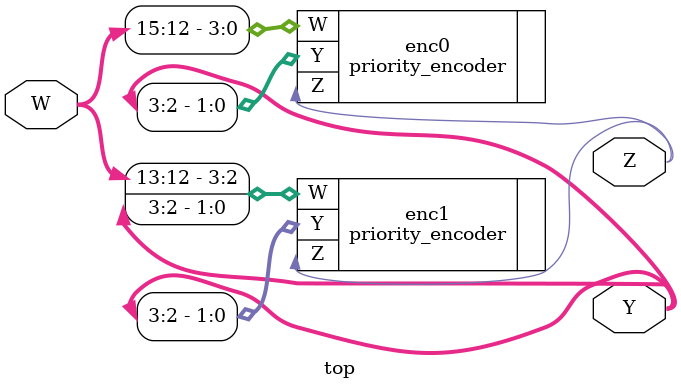
<source format=sv>
module top (
  input [15:0] W,
  output [3:0] Y,
  output Z); 
  
  //Instancie aqui os componentes disponiveis para formar um codificador de 16x4

  priority_encoder enc0 (
    .W(W[15:12]), 
    .Y(Y[3:2]), 
    .Z(Z)
  );

  priority_encoder enc1 (
    .W({W[13:12], Y[3:2]}), 
    .Y(Y[3:2]), 
    .Z(Z)
  );


endmodule
</source>
